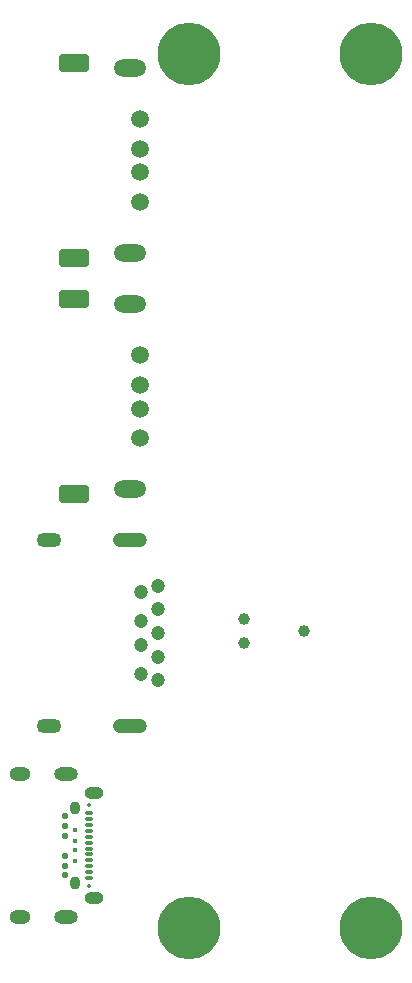
<source format=gbs>
G04 #@! TF.GenerationSoftware,KiCad,Pcbnew,9.0.4*
G04 #@! TF.CreationDate,2025-08-21T00:06:41-07:00*
G04 #@! TF.ProjectId,DisplayAdapter,44697370-6c61-4794-9164-61707465722e,rev?*
G04 #@! TF.SameCoordinates,Original*
G04 #@! TF.FileFunction,Soldermask,Bot*
G04 #@! TF.FilePolarity,Negative*
%FSLAX46Y46*%
G04 Gerber Fmt 4.6, Leading zero omitted, Abs format (unit mm)*
G04 Created by KiCad (PCBNEW 9.0.4) date 2025-08-21 00:06:41*
%MOMM*%
%LPD*%
G01*
G04 APERTURE LIST*
G04 Aperture macros list*
%AMRoundRect*
0 Rectangle with rounded corners*
0 $1 Rounding radius*
0 $2 $3 $4 $5 $6 $7 $8 $9 X,Y pos of 4 corners*
0 Add a 4 corners polygon primitive as box body*
4,1,4,$2,$3,$4,$5,$6,$7,$8,$9,$2,$3,0*
0 Add four circle primitives for the rounded corners*
1,1,$1+$1,$2,$3*
1,1,$1+$1,$4,$5*
1,1,$1+$1,$6,$7*
1,1,$1+$1,$8,$9*
0 Add four rect primitives between the rounded corners*
20,1,$1+$1,$2,$3,$4,$5,0*
20,1,$1+$1,$4,$5,$6,$7,0*
20,1,$1+$1,$6,$7,$8,$9,0*
20,1,$1+$1,$8,$9,$2,$3,0*%
G04 Aperture macros list end*
%ADD10C,0.990600*%
%ADD11C,1.200000*%
%ADD12RoundRect,0.600000X0.450000X-0.000010X0.450000X0.000010X-0.450000X0.000010X-0.450000X-0.000010X0*%
%ADD13RoundRect,0.600000X0.850000X-0.000010X0.850000X0.000010X-0.850000X0.000010X-0.850000X-0.000010X0*%
%ADD14C,0.350000*%
%ADD15RoundRect,0.087500X0.212500X-0.087500X0.212500X0.087500X-0.212500X0.087500X-0.212500X-0.087500X0*%
%ADD16O,0.850000X1.100000*%
%ADD17C,0.550000*%
%ADD18C,0.450000*%
%ADD19O,1.800000X1.150000*%
%ADD20O,2.000000X1.140000*%
%ADD21O,1.600000X1.000000*%
%ADD22O,2.000000X1.150000*%
%ADD23C,1.520000*%
%ADD24RoundRect,0.225000X1.025000X-0.525000X1.025000X0.525000X-1.025000X0.525000X-1.025000X-0.525000X0*%
%ADD25RoundRect,0.750000X-0.600000X-0.000010X0.600000X-0.000010X0.600000X0.000010X-0.600000X0.000010X0*%
%ADD26C,5.300000*%
G04 APERTURE END LIST*
D10*
X65340000Y-89800000D03*
X60260000Y-90816000D03*
X60260000Y-88784000D03*
D11*
X51530000Y-93500000D03*
X51530000Y-91000000D03*
X51530000Y-89000000D03*
X51530000Y-86500000D03*
X53030000Y-86000000D03*
X53030000Y-88000000D03*
X53030000Y-90000000D03*
X53030000Y-92000000D03*
X53030000Y-94000000D03*
D12*
X43800000Y-97850000D03*
D13*
X50600000Y-97850000D03*
D12*
X43800000Y-82150000D03*
D13*
X50600000Y-82150000D03*
D14*
X47150000Y-111450000D03*
X47150000Y-104550000D03*
D15*
X47150000Y-110750000D03*
X47150000Y-110250000D03*
X47150000Y-109750000D03*
X47150000Y-109250000D03*
X47150000Y-108750000D03*
X47150000Y-108250000D03*
X47150000Y-107750000D03*
X47150000Y-107250000D03*
X47150000Y-106750000D03*
X47150000Y-106250000D03*
X47150000Y-105750000D03*
X47150000Y-105250000D03*
D16*
X46010000Y-104800000D03*
D17*
X45110000Y-105500000D03*
X45110000Y-106300000D03*
D18*
X46010000Y-106700000D03*
D17*
X45110000Y-107150000D03*
D18*
X46010000Y-107600000D03*
X46010000Y-108400000D03*
D17*
X45110000Y-108850000D03*
D18*
X46010000Y-109300000D03*
D17*
X45110000Y-109700000D03*
X45110000Y-110500000D03*
D16*
X46010000Y-111200000D03*
D19*
X41350000Y-114075000D03*
D20*
X45210000Y-114075000D03*
D21*
X47550000Y-112465000D03*
X47550000Y-103535000D03*
D19*
X41350000Y-101925000D03*
D22*
X45210000Y-101925000D03*
D23*
X51450000Y-73500000D03*
X51450000Y-71000000D03*
X51450000Y-69000000D03*
X51450000Y-66500000D03*
D24*
X45850000Y-78250000D03*
D25*
X50600000Y-77850000D03*
X50600000Y-62150000D03*
D24*
X45850000Y-61750000D03*
D26*
X55600000Y-115000000D03*
X71000000Y-41000000D03*
D23*
X51450000Y-53500000D03*
X51450000Y-51000000D03*
X51450000Y-49000000D03*
X51450000Y-46500000D03*
D24*
X45850000Y-58250000D03*
D25*
X50600000Y-57850000D03*
X50600000Y-42150000D03*
D24*
X45850000Y-41750000D03*
D26*
X71000000Y-115000000D03*
X55600000Y-41000000D03*
M02*

</source>
